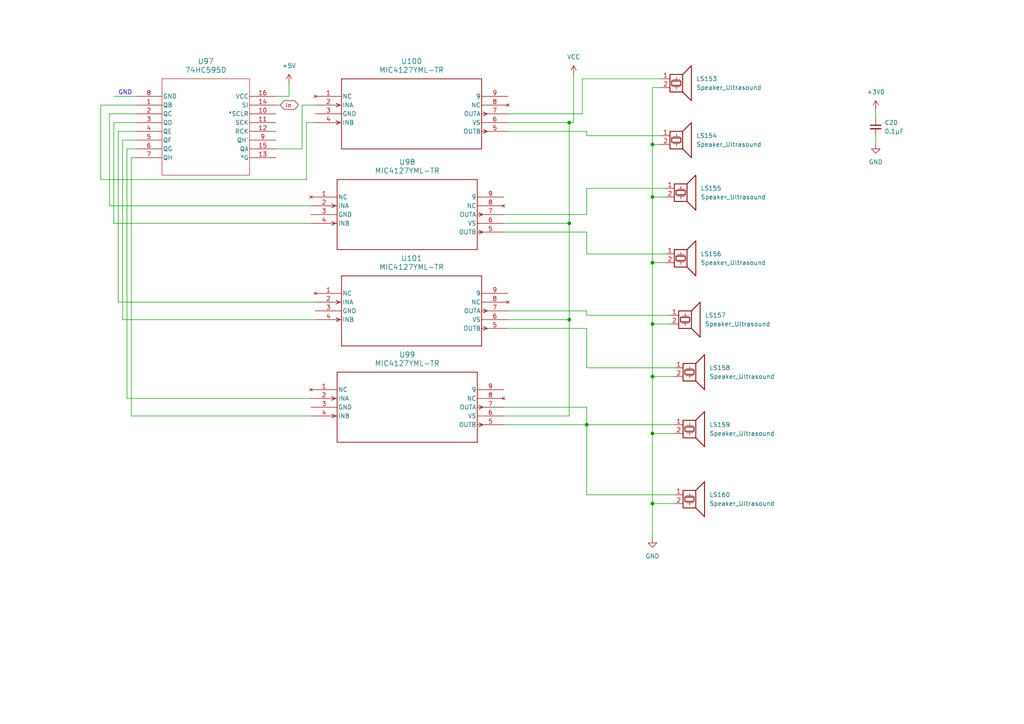
<source format=kicad_sch>
(kicad_sch (version 20250114) (generator "eeschema") (generator_version "9.0")
  (paper "A4")
  (lib_symbols
    (symbol "2025-12-28_09-02-17:MIC4127YML-TR" (pin_names (offset 0.254))
      (property "Reference" "U" (at 27.94 10.16 0))
      (property "Value" "MIC4127YML-TR" (at 27.94 7.62 0))
      (symbol "MIC4127YML-TR_0_1"
        (polyline (pts (xy 7.0993 -2.54) (xy 6.0579 -2.0193)) (stroke (width 0.2032)))
        (polyline (pts (xy 7.0993 -2.54) (xy 6.0579 -3.0607)) (stroke (width 0.2032)))
        (polyline (pts (xy 7.0993 -7.62) (xy 6.0579 -7.0993)) (stroke (width 0.2032)))
        (polyline (pts (xy 7.0993 -7.62) (xy 6.0579 -8.1407)) (stroke (width 0.2032)))
        (polyline (pts (xy 7.62 5.08) (xy 7.62 -15.24)) (stroke (width 0.2032)))
        (polyline (pts (xy 7.62 -15.24) (xy 48.26 -15.24)) (stroke (width 0.2032)))
        (polyline (pts (xy 48.26 5.08) (xy 7.62 5.08)) (stroke (width 0.2032)))
        (polyline (pts (xy 48.26 -15.24) (xy 48.26 5.08)) (stroke (width 0.2032)))
        (polyline (pts (xy 48.7807 -4.5593) (xy 49.8221 -5.08)) (stroke (width 0.2032)))
        (polyline (pts (xy 48.7807 -5.6007) (xy 49.8221 -5.08)) (stroke (width 0.2032)))
        (polyline (pts (xy 48.7807 -9.6393) (xy 49.8221 -10.16)) (stroke (width 0.2032)))
        (polyline (pts (xy 48.7807 -10.6807) (xy 49.8221 -10.16)) (stroke (width 0.2032)))
        (pin no_connect line (at 0 0 0) (length 7.62) (name "NC") (number "1"))
        (pin input line (at 0 -2.54 0) (length 7.62) (name "INA") (number "2"))
        (pin power_in line (at 0 -5.08 0) (length 7.62) (name "GND") (number "3"))
        (pin input line (at 0 -7.62 0) (length 7.62) (name "INB") (number "4"))
        (pin unspecified line (at 55.88 0 180) (length 7.62) (name "9") (number "9"))
        (pin no_connect line (at 55.88 -2.54 180) (length 7.62) (name "NC") (number "8"))
        (pin output line (at 55.88 -5.08 180) (length 7.62) (name "OUTA") (number "7"))
        (pin power_in line (at 55.88 -7.62 180) (length 7.62) (name "VS") (number "6"))
        (pin output line (at 55.88 -10.16 180) (length 7.62) (name "OUTB") (number "5"))
      )
    )
    (symbol "2025-12-28_09-22-42:74HC595D" (pin_names (offset 0.254))
      (property "Reference" "U" (at 20.32 10.16 0))
      (property "Value" "74HC595D" (at 20.32 7.62 0))
      (symbol "74HC595D_0_1"
        (polyline (pts (xy 7.62 5.08) (xy 7.62 -22.86)) (stroke (width 0.127)))
        (polyline (pts (xy 7.62 -22.86) (xy 33.02 -22.86)) (stroke (width 0.127)))
        (polyline (pts (xy 33.02 5.08) (xy 7.62 5.08)) (stroke (width 0.127)))
        (polyline (pts (xy 33.02 -22.86) (xy 33.02 5.08)) (stroke (width 0.127)))
        (pin power_out line (at 0 0 0) (length 7.62) (name "GND") (number "8"))
        (pin output line (at 0 -2.54 0) (length 7.62) (name "QB") (number "1"))
        (pin output line (at 0 -5.08 0) (length 7.62) (name "QC") (number "2"))
        (pin output line (at 0 -7.62 0) (length 7.62) (name "QD") (number "3"))
        (pin output line (at 0 -10.16 0) (length 7.62) (name "QE") (number "4"))
        (pin output line (at 0 -12.7 0) (length 7.62) (name "QF") (number "5"))
        (pin output line (at 0 -15.24 0) (length 7.62) (name "QG") (number "6"))
        (pin output line (at 0 -17.78 0) (length 7.62) (name "QH") (number "7"))
        (pin power_in line (at 40.64 0 180) (length 7.62) (name "VCC") (number "16"))
        (pin input line (at 40.64 -2.54 180) (length 7.62) (name "SI") (number "14"))
        (pin input line (at 40.64 -5.08 180) (length 7.62) (name "*SCLR") (number "10"))
        (pin input line (at 40.64 -7.62 180) (length 7.62) (name "SCK") (number "11"))
        (pin input line (at 40.64 -10.16 180) (length 7.62) (name "RCK") (number "12"))
        (pin output line (at 40.64 -12.7 180) (length 7.62) (name "QH'") (number "9"))
        (pin output line (at 40.64 -15.24 180) (length 7.62) (name "QA") (number "15"))
        (pin input line (at 40.64 -17.78 180) (length 7.62) (name "*G") (number "13"))
      )
    )
    (symbol "Device:C_Small" (pin_numbers (hide yes)) (pin_names (offset 0.254) (hide yes))
      (property "Reference" "C" (at 0.254 1.778 0))
      (property "Value" "C_Small" (at 0.254 -2.032 0))
      (symbol "C_Small_0_1"
        (polyline (pts (xy -1.524 0.508) (xy 1.524 0.508)) (stroke (width 0.3048)))
        (polyline (pts (xy -1.524 -0.508) (xy 1.524 -0.508)) (stroke (width 0.3302)))
      )
      (symbol "C_Small_1_1"
        (pin passive line (at 0 2.54 270) (length 2.032) (name "~") (number "1"))
        (pin passive line (at 0 -2.54 90) (length 2.032) (name "~") (number "2"))
      )
    )
    (symbol "Device:Speaker_Ultrasound" (pin_names (offset 0) (hide yes))
      (property "Reference" "LS" (at 0.635 5.715 0))
      (property "Value" "Speaker_Ultrasound" (at 0.635 3.81 0))
      (symbol "Speaker_Ultrasound_0_0"
        (rectangle (start -2.54 1.27) (end 1.143 -3.81) (stroke (width 0.254)))
        (rectangle (start -2.032 -0.635) (end 0.635 -1.905) (stroke (width 0.254)))
        (polyline (pts (xy -1.651 -0.254) (xy 0.381 -0.254)))
        (polyline (pts (xy -1.651 -2.286) (xy 0.381 -2.286)))
        (polyline (pts (xy -0.635 -0.254) (xy -0.635 0.508)))
        (polyline (pts (xy -0.635 -2.286) (xy -0.635 -3.048)))
        (polyline (pts (xy 1.143 1.27) (xy 3.683 3.81) (xy 3.683 -6.35) (xy 1.143 -3.81)) (stroke (width 0.254)))
      )
      (symbol "Speaker_Ultrasound_1_1"
        (pin input line (at -5.08 0 0) (length 2.54) (name "1") (number "1"))
        (pin input line (at -5.08 -2.54 0) (length 2.54) (name "2") (number "2"))
      )
    )
    (symbol "power:+3V0" (power) (pin_numbers (hide yes)) (pin_names (offset 0) (hide yes))
      (property "Value" "+3V0" (at 0 3.556 0))
      (symbol "+3V0_0_1"
        (polyline (pts (xy -0.762 1.27) (xy 0 2.54)))
        (polyline (pts (xy 0 2.54) (xy 0.762 1.27)))
        (polyline (pts (xy 0 0) (xy 0 2.54)))
      )
      (symbol "+3V0_1_1"
        (pin power_in line (at 0 0 90) (length 0) (name "~") (number "1"))
      )
    )
    (symbol "power:+5V" (power) (pin_numbers (hide yes)) (pin_names (offset 0) (hide yes))
      (property "Value" "+5V" (at 0 3.556 0))
      (symbol "+5V_0_1"
        (polyline (pts (xy -0.762 1.27) (xy 0 2.54)))
        (polyline (pts (xy 0 2.54) (xy 0.762 1.27)))
        (polyline (pts (xy 0 0) (xy 0 2.54)))
      )
      (symbol "+5V_1_1"
        (pin power_in line (at 0 0 90) (length 0) (name "~") (number "1"))
      )
    )
    (symbol "power:GND" (power) (pin_numbers (hide yes)) (pin_names (offset 0) (hide yes))
      (property "Value" "GND" (at 0 -3.81 0))
      (symbol "GND_0_1"
        (polyline (pts (xy 0 0) (xy 0 -1.27) (xy 1.27 -1.27) (xy 0 -2.54) (xy -1.27 -1.27) (xy 0 -1.27)))
      )
      (symbol "GND_1_1"
        (pin power_in line (at 0 0 270) (length 0) (name "~") (number "1"))
      )
    )
    (symbol "power:VCC" (power) (pin_numbers (hide yes)) (pin_names (offset 0) (hide yes))
      (property "Value" "VCC" (at 0 3.556 0))
      (symbol "VCC_0_1"
        (polyline (pts (xy -0.762 1.27) (xy 0 2.54)))
        (polyline (pts (xy 0 2.54) (xy 0.762 1.27)))
        (polyline (pts (xy 0 0) (xy 0 2.54)))
      )
      (symbol "VCC_1_1"
        (pin power_in line (at 0 0 90) (length 0) (name "~") (number "1"))
      )
    )
  )
  (text "GND" (at 36.322 26.924 0) (effects (font (size 1.27 1.27))))
  (junction (at 170.18 123.19))
  (junction (at 189.23 146.05))
  (junction (at 189.23 41.91))
  (junction (at 189.23 76.2))
  (junction (at 189.23 109.22))
  (junction (at 165.1 92.71))
  (junction (at 189.23 125.73))
  (junction (at 189.23 93.98))
  (junction (at 165.1 64.77))
  (junction (at 189.23 57.15))
  (junction (at 165.1 35.56))
  (wire (pts (xy 39.37 35.56) (xy 33.02 35.56)))
  (wire (pts (xy 39.37 30.48) (xy 29.21 30.48)))
  (wire (pts (xy 34.29 38.1) (xy 34.29 87.63)))
  (wire (pts (xy 39.37 43.18) (xy 36.83 43.18)))
  (wire (pts (xy 146.05 123.19) (xy 170.18 123.19)))
  (wire (pts (xy 39.37 45.72) (xy 38.1 45.72)))
  (wire (pts (xy 29.21 52.07) (xy 88.9 52.07)))
  (wire (pts (xy 166.37 21.59) (xy 166.37 35.56)))
  (wire (pts (xy 189.23 25.4) (xy 189.23 41.91)))
  (wire (pts (xy 35.56 92.71) (xy 91.44 92.71)))
  (wire (pts (xy 88.9 52.07) (xy 88.9 35.56)))
  (wire (pts (xy 168.91 22.86) (xy 191.77 22.86)))
  (wire (pts (xy 189.23 41.91) (xy 191.77 41.91)))
  (wire (pts (xy 189.23 125.73) (xy 189.23 146.05)))
  (wire (pts (xy 29.21 30.48) (xy 29.21 52.07)))
  (wire (pts (xy 170.18 118.11) (xy 170.18 123.19)))
  (wire (pts (xy 170.18 90.17) (xy 170.18 91.44)))
  (wire (pts (xy 87.63 43.18) (xy 87.63 30.48)))
  (wire (pts (xy 165.1 35.56) (xy 166.37 35.56)))
  (wire (pts (xy 191.77 25.4) (xy 189.23 25.4)))
  (wire (pts (xy 34.29 87.63) (xy 91.44 87.63)))
  (wire (pts (xy 170.18 73.66) (xy 193.04 73.66)))
  (wire (pts (xy 146.05 120.65) (xy 165.1 120.65)))
  (wire (pts (xy 170.18 67.31) (xy 170.18 73.66)))
  (wire (pts (xy 170.18 39.37) (xy 191.77 39.37)))
  (wire (pts (xy 36.83 43.18) (xy 36.83 115.57)))
  (wire (pts (xy 35.56 40.64) (xy 35.56 92.71)))
  (wire (pts (xy 189.23 93.98) (xy 194.31 93.98)))
  (wire (pts (xy 165.1 35.56) (xy 165.1 64.77)))
  (wire (pts (xy 33.02 64.77) (xy 90.17 64.77)))
  (wire (pts (xy 36.83 115.57) (xy 90.17 115.57)))
  (wire (pts (xy 170.18 95.25) (xy 170.18 106.68)))
  (wire (pts (xy 33.02 27.94) (xy 39.37 27.94)))
  (wire (pts (xy 170.18 91.44) (xy 194.31 91.44)))
  (wire (pts (xy 189.23 76.2) (xy 189.23 93.98)))
  (wire (pts (xy 189.23 109.22) (xy 189.23 125.73)))
  (wire (pts (xy 165.1 64.77) (xy 165.1 92.71)))
  (wire (pts (xy 146.05 62.23) (xy 170.18 62.23)))
  (wire (pts (xy 147.32 92.71) (xy 165.1 92.71)))
  (wire (pts (xy 189.23 57.15) (xy 193.04 57.15)))
  (wire (pts (xy 170.18 62.23) (xy 170.18 54.61)))
  (wire (pts (xy 254 31.75) (xy 254 34.29)))
  (wire (pts (xy 147.32 33.02) (xy 168.91 33.02)))
  (wire (pts (xy 87.63 30.48) (xy 91.44 30.48)))
  (wire (pts (xy 80.01 43.18) (xy 87.63 43.18)))
  (wire (pts (xy 189.23 57.15) (xy 189.23 76.2)))
  (wire (pts (xy 146.05 67.31) (xy 170.18 67.31)))
  (wire (pts (xy 189.23 146.05) (xy 189.23 156.21)))
  (wire (pts (xy 146.05 64.77) (xy 165.1 64.77)))
  (wire (pts (xy 170.18 123.19) (xy 170.18 143.51)))
  (wire (pts (xy 38.1 45.72) (xy 38.1 120.65)))
  (wire (pts (xy 170.18 54.61) (xy 193.04 54.61)))
  (wire (pts (xy 39.37 40.64) (xy 35.56 40.64)))
  (wire (pts (xy 39.37 38.1) (xy 34.29 38.1)))
  (wire (pts (xy 189.23 93.98) (xy 189.23 109.22)))
  (wire (pts (xy 80.01 27.94) (xy 83.82 27.94)))
  (wire (pts (xy 170.18 143.51) (xy 195.58 143.51)))
  (wire (pts (xy 170.18 38.1) (xy 170.18 39.37)))
  (wire (pts (xy 165.1 92.71) (xy 165.1 120.65)))
  (wire (pts (xy 83.82 24.13) (xy 83.82 27.94)))
  (wire (pts (xy 88.9 35.56) (xy 91.44 35.56)))
  (wire (pts (xy 33.02 35.56) (xy 33.02 64.77)))
  (wire (pts (xy 189.23 76.2) (xy 193.04 76.2)))
  (wire (pts (xy 147.32 95.25) (xy 170.18 95.25)))
  (wire (pts (xy 146.05 118.11) (xy 170.18 118.11)))
  (wire (pts (xy 147.32 90.17) (xy 170.18 90.17)))
  (wire (pts (xy 80.01 30.48) (xy 81.28 30.48)))
  (wire (pts (xy 39.37 33.02) (xy 31.75 33.02)))
  (wire (pts (xy 31.75 59.69) (xy 90.17 59.69)))
  (wire (pts (xy 195.58 146.05) (xy 189.23 146.05)))
  (wire (pts (xy 147.32 35.56) (xy 165.1 35.56)))
  (wire (pts (xy 189.23 109.22) (xy 195.58 109.22)))
  (wire (pts (xy 189.23 125.73) (xy 195.58 125.73)))
  (wire (pts (xy 168.91 33.02) (xy 168.91 22.86)))
  (wire (pts (xy 170.18 123.19) (xy 195.58 123.19)))
  (wire (pts (xy 147.32 38.1) (xy 170.18 38.1)))
  (wire (pts (xy 254 39.37) (xy 254 41.91)))
  (wire (pts (xy 38.1 120.65) (xy 90.17 120.65)))
  (wire (pts (xy 189.23 41.91) (xy 189.23 57.15)))
  (wire (pts (xy 170.18 106.68) (xy 195.58 106.68)))
  (wire (pts (xy 31.75 33.02) (xy 31.75 59.69)))
  (global_label "In" (shape bidirectional) (at 81.28 30.48 0) (property "Intersheetrefs" "${INTERSHEET_REFS}" (effects (hide yes))))
  (symbol (lib_id "2025-12-28_09-22-42:74HC595D") (at 39.37 27.94 0) (unit 1)
    (property "Reference" "U97" (at 59.69 17.78 0) (effects (font (size 1.524 1.524))))
    (property "Value" "74HC595D" (at 59.69 20.32 0) (effects (font (size 1.524 1.524))))
    (property "Footprint" "SOIC16_TOS" (effects (hide yes)))
    (property "Datasheet" "https://toshiba.semicon-storage.com/info/docget.jsp?did=36768&prodName=74HC595D" (effects (hide yes)))
  )
  (symbol (lib_id "Device:C_Small") (at 254 36.83 0) (unit 1)
    (property "Reference" "C20" (at 256.54 35.5662 0) (effects (justify left)))
    (property "Value" "0.1μF" (at 256.54 38.1062 0) (effects (justify left)))
    (property "Description" "Unpolarized capacitor, small symbol" (effects (hide yes)))
  )
  (symbol (lib_id "Device:Speaker_Ultrasound") (at 200.66 106.68 0) (unit 1)
    (property "Reference" "LS158" (at 205.74 106.6799 0) (effects (justify left)))
    (property "Value" "Speaker_Ultrasound" (at 205.74 109.2199 0) (effects (justify left)))
    (property "Description" "Ultrasonic transducer" (effects (hide yes)))
  )
  (symbol (lib_id "Device:Speaker_Ultrasound") (at 200.66 143.51 0) (unit 1)
    (property "Reference" "LS160" (at 205.74 143.5099 0) (effects (justify left)))
    (property "Value" "Speaker_Ultrasound" (at 205.74 146.0499 0) (effects (justify left)))
    (property "Description" "Ultrasonic transducer" (effects (hide yes)))
  )
  (symbol (lib_id "power:VCC") (at 166.37 21.59 0) (unit 1)
    (property "Reference" "#PWR097" (effects (hide yes)))
    (property "Value" "VCC" (at 166.37 16.51 0))
    (property "Description" "Power symbol creates a global label with name \"VCC\"" (effects (hide yes)))
  )
  (symbol (lib_id "power:GND") (at 254 41.91 0) (unit 1)
    (property "Reference" "#PWR0100" (effects (hide yes)))
    (property "Value" "GND" (at 254 46.99 0))
    (property "Description" "Power symbol creates a global label with name \"GND\" , ground" (effects (hide yes)))
  )
  (symbol (lib_id "Device:Speaker_Ultrasound") (at 198.12 54.61 0) (unit 1)
    (property "Reference" "LS155" (at 203.2 54.6099 0) (effects (justify left)))
    (property "Value" "Speaker_Ultrasound" (at 203.2 57.1499 0) (effects (justify left)))
    (property "Description" "Ultrasonic transducer" (effects (hide yes)))
  )
  (symbol (lib_id "2025-12-28_09-02-17:MIC4127YML-TR") (at 91.44 27.94 0) (unit 1)
    (property "Reference" "U100" (at 119.38 17.78 0) (effects (font (size 1.524 1.524))))
    (property "Value" "MIC4127YML-TR" (at 119.38 20.32 0) (effects (font (size 1.524 1.524))))
    (property "Footprint" "MLF-8_ML_MCH" (effects (hide yes)))
    (property "Datasheet" "MIC4127YML-TR" (effects (hide yes)))
  )
  (symbol (lib_id "power:GND") (at 189.23 156.21 0) (unit 1)
    (property "Reference" "#PWR098" (effects (hide yes)))
    (property "Value" "GND" (at 189.23 161.29 0))
    (property "Description" "Power symbol creates a global label with name \"GND\" , ground" (effects (hide yes)))
  )
  (symbol (lib_id "power:+5V") (at 83.82 24.13 0) (unit 1)
    (property "Reference" "#PWR096" (effects (hide yes)))
    (property "Value" "+5V" (at 83.82 19.05 0))
    (property "Description" "Power symbol creates a global label with name \"+5V\"" (effects (hide yes)))
  )
  (symbol (lib_id "2025-12-28_09-02-17:MIC4127YML-TR") (at 90.17 57.15 0) (unit 1)
    (property "Reference" "U98" (at 118.11 46.99 0) (effects (font (size 1.524 1.524))))
    (property "Value" "MIC4127YML-TR" (at 118.11 49.53 0) (effects (font (size 1.524 1.524))))
    (property "Footprint" "MLF-8_ML_MCH" (effects (hide yes)))
    (property "Datasheet" "MIC4127YML-TR" (effects (hide yes)))
  )
  (symbol (lib_id "Device:Speaker_Ultrasound") (at 198.12 73.66 0) (unit 1)
    (property "Reference" "LS156" (at 203.2 73.6599 0) (effects (justify left)))
    (property "Value" "Speaker_Ultrasound" (at 203.2 76.1999 0) (effects (justify left)))
    (property "Description" "Ultrasonic transducer" (effects (hide yes)))
  )
  (symbol (lib_id "Device:Speaker_Ultrasound") (at 196.85 39.37 0) (unit 1)
    (property "Reference" "LS154" (at 201.93 39.3699 0) (effects (justify left)))
    (property "Value" "Speaker_Ultrasound" (at 201.93 41.9099 0) (effects (justify left)))
    (property "Description" "Ultrasonic transducer" (effects (hide yes)))
  )
  (symbol (lib_id "power:+3V0") (at 254 31.75 0) (unit 1)
    (property "Reference" "#PWR099" (effects (hide yes)))
    (property "Value" "+3V0" (at 254 26.67 0))
    (property "Description" "Power symbol creates a global label with name \"+3V0\"" (effects (hide yes)))
  )
  (symbol (lib_id "Device:Speaker_Ultrasound") (at 199.39 91.44 0) (unit 1)
    (property "Reference" "LS157" (at 204.47 91.4399 0) (effects (justify left)))
    (property "Value" "Speaker_Ultrasound" (at 204.47 93.9799 0) (effects (justify left)))
    (property "Description" "Ultrasonic transducer" (effects (hide yes)))
  )
  (symbol (lib_id "2025-12-28_09-02-17:MIC4127YML-TR") (at 90.17 113.03 0) (unit 1)
    (property "Reference" "U99" (at 118.11 102.87 0) (effects (font (size 1.524 1.524))))
    (property "Value" "MIC4127YML-TR" (at 118.11 105.41 0) (effects (font (size 1.524 1.524))))
    (property "Footprint" "MLF-8_ML_MCH" (effects (hide yes)))
    (property "Datasheet" "MIC4127YML-TR" (effects (hide yes)))
  )
  (symbol (lib_id "Device:Speaker_Ultrasound") (at 196.85 22.86 0) (unit 1)
    (property "Reference" "LS153" (at 201.93 22.8599 0) (effects (justify left)))
    (property "Value" "Speaker_Ultrasound" (at 201.93 25.3999 0) (effects (justify left)))
    (property "Description" "Ultrasonic transducer" (effects (hide yes)))
  )
  (symbol (lib_id "Device:Speaker_Ultrasound") (at 200.66 123.19 0) (unit 1)
    (property "Reference" "LS159" (at 205.74 123.1899 0) (effects (justify left)))
    (property "Value" "Speaker_Ultrasound" (at 205.74 125.7299 0) (effects (justify left)))
    (property "Description" "Ultrasonic transducer" (effects (hide yes)))
  )
  (symbol (lib_id "2025-12-28_09-02-17:MIC4127YML-TR") (at 91.44 85.09 0) (unit 1)
    (property "Reference" "U101" (at 119.38 74.93 0) (effects (font (size 1.524 1.524))))
    (property "Value" "MIC4127YML-TR" (at 119.38 77.47 0) (effects (font (size 1.524 1.524))))
    (property "Footprint" "MLF-8_ML_MCH" (effects (hide yes)))
    (property "Datasheet" "MIC4127YML-TR" (effects (hide yes)))
  )
)
</source>
